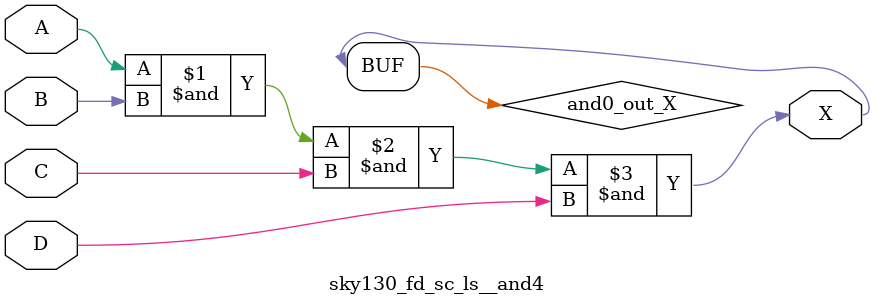
<source format=v>
/*
 * Copyright 2020 The SkyWater PDK Authors
 *
 * Licensed under the Apache License, Version 2.0 (the "License");
 * you may not use this file except in compliance with the License.
 * You may obtain a copy of the License at
 *
 *     https://www.apache.org/licenses/LICENSE-2.0
 *
 * Unless required by applicable law or agreed to in writing, software
 * distributed under the License is distributed on an "AS IS" BASIS,
 * WITHOUT WARRANTIES OR CONDITIONS OF ANY KIND, either express or implied.
 * See the License for the specific language governing permissions and
 * limitations under the License.
 *
 * SPDX-License-Identifier: Apache-2.0
*/


`ifndef SKY130_FD_SC_LS__AND4_FUNCTIONAL_V
`define SKY130_FD_SC_LS__AND4_FUNCTIONAL_V

/**
 * and4: 4-input AND.
 *
 * Verilog simulation functional model.
 */

`timescale 1ns / 1ps
`default_nettype none

`celldefine
module sky130_fd_sc_ls__and4 (
    X,
    A,
    B,
    C,
    D
);

    // Module ports
    output X;
    input  A;
    input  B;
    input  C;
    input  D;

    // Local signals
    wire and0_out_X;

    //  Name  Output      Other arguments
    and and0 (and0_out_X, A, B, C, D     );
    buf buf0 (X         , and0_out_X     );

endmodule
`endcelldefine

`default_nettype wire
`endif  // SKY130_FD_SC_LS__AND4_FUNCTIONAL_V
</source>
